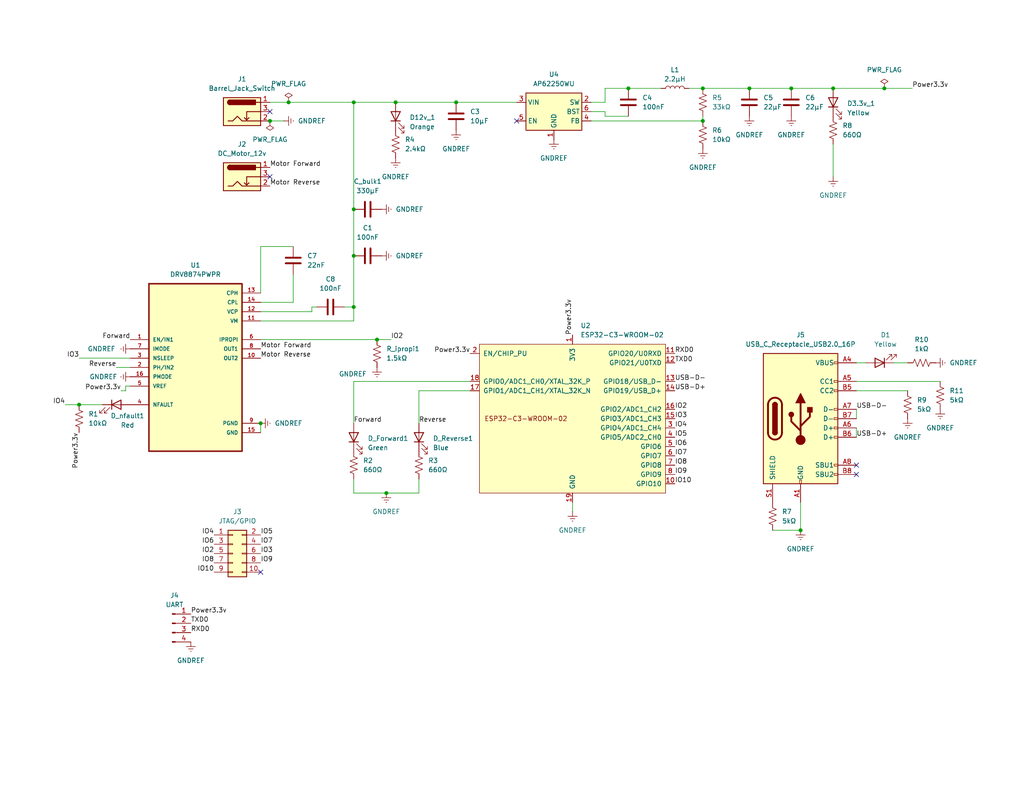
<source format=kicad_sch>
(kicad_sch (version 20231120) (generator "eeschema") (generator_version "8.0")
  (paper "USLetter")
  (title_block (title "Blind Controller") (date "2024-02-12") (rev "0") (company "Nabheet Sandhu"))
  (lib_symbols
    (symbol "Connector:Barrel_Jack_Switch" (pin_names hide)
      (property "Reference" "J" (at 0 5.334 0))
      (property "Value" "Barrel_Jack_Switch" (at 0 -5.08 0))
      (symbol "Barrel_Jack_Switch_0_1"
        (rectangle (start -5.08 3.81) (end 5.08 -3.81) (stroke (width 0.254)) (fill (type background)))
        (arc (start -3.302 3.175) (mid -3.9343 2.54) (end -3.302 1.905) (stroke (width 0.254)))
        (arc (start -3.302 3.175) (mid -3.9343 2.54) (end -3.302 1.905) (stroke (width 0.254)) (fill (type outline)))
        (polyline (pts (xy 1.27 -2.286) (xy 1.905 -1.651)) (stroke (width 0.254)))
        (polyline (pts (xy 5.08 2.54) (xy 3.81 2.54)) (stroke (width 0.254)))
        (polyline (pts (xy 5.08 0) (xy 1.27 0) (xy 1.27 -2.286) (xy 0.635 -1.651)) (stroke (width 0.254)))
        (polyline (pts (xy -3.81 -2.54) (xy -2.54 -2.54) (xy -1.27 -1.27) (xy 0 -2.54) (xy 2.54 -2.54) (xy 5.08 -2.54)) (stroke (width 0.254)))
        (rectangle (start 3.683 3.175) (end -3.302 1.905) (stroke (width 0.254)) (fill (type outline)))
      )
      (symbol "Barrel_Jack_Switch_1_1"
        (pin passive line (at 7.62 2.54 180) (length 2.54) (name "~") (number "1"))
        (pin passive line (at 7.62 -2.54 180) (length 2.54) (name "~") (number "2"))
        (pin passive line (at 7.62 0 180) (length 2.54) (name "~") (number "3"))
      )
    )
    (symbol "Connector:Conn_01x04_Pin" (pin_names (offset 1.016) hide)
      (property "Reference" "J" (at 0 5.08 0))
      (property "Value" "Conn_01x04_Pin" (at 0 -7.62 0))
      (symbol "Conn_01x04_Pin_1_1"
        (polyline (pts (xy 1.27 -5.08) (xy 0.8636 -5.08)) (stroke (width 0.1524)))
        (polyline (pts (xy 1.27 -2.54) (xy 0.8636 -2.54)) (stroke (width 0.1524)))
        (polyline (pts (xy 1.27 0) (xy 0.8636 0)) (stroke (width 0.1524)))
        (polyline (pts (xy 1.27 2.54) (xy 0.8636 2.54)) (stroke (width 0.1524)))
        (rectangle (start 0.8636 -4.953) (end 0 -5.207) (stroke (width 0.1524)) (fill (type outline)))
        (rectangle (start 0.8636 -2.413) (end 0 -2.667) (stroke (width 0.1524)) (fill (type outline)))
        (rectangle (start 0.8636 0.127) (end 0 -0.127) (stroke (width 0.1524)) (fill (type outline)))
        (rectangle (start 0.8636 2.667) (end 0 2.413) (stroke (width 0.1524)) (fill (type outline)))
        (pin passive line (at 5.08 2.54 180) (length 3.81) (name "Pin_1") (number "1"))
        (pin passive line (at 5.08 0 180) (length 3.81) (name "Pin_2") (number "2"))
        (pin passive line (at 5.08 -2.54 180) (length 3.81) (name "Pin_3") (number "3"))
        (pin passive line (at 5.08 -5.08 180) (length 3.81) (name "Pin_4") (number "4"))
      )
    )
    (symbol "Connector:USB_C_Receptacle_USB2.0_16P" (pin_names (offset 1.016))
      (property "Reference" "J" (at 0 22.225 0))
      (property "Value" "USB_C_Receptacle_USB2.0_16P" (at 0 19.685 0))
      (symbol "USB_C_Receptacle_USB2.0_16P_0_0"
        (rectangle (start -0.254 -17.78) (end 0.254 -16.764))
        (rectangle (start 10.16 -14.986) (end 9.144 -15.494))
        (rectangle (start 10.16 -12.446) (end 9.144 -12.954))
        (rectangle (start 10.16 -4.826) (end 9.144 -5.334))
        (rectangle (start 10.16 -2.286) (end 9.144 -2.794))
        (rectangle (start 10.16 0.254) (end 9.144 -0.254))
        (rectangle (start 10.16 2.794) (end 9.144 2.286))
        (rectangle (start 10.16 7.874) (end 9.144 7.366))
        (rectangle (start 10.16 10.414) (end 9.144 9.906))
        (rectangle (start 10.16 15.494) (end 9.144 14.986))
      )
      (symbol "USB_C_Receptacle_USB2.0_16P_0_1"
        (rectangle (start -10.16 17.78) (end 10.16 -17.78) (stroke (width 0.254)) (fill (type background)))
        (arc (start -8.89 -3.81) (mid -6.985 -5.7067) (end -5.08 -3.81) (stroke (width 0.508)))
        (arc (start -7.62 -3.81) (mid -6.985 -4.4423) (end -6.35 -3.81) (stroke (width 0.254)))
        (arc (start -7.62 -3.81) (mid -6.985 -4.4423) (end -6.35 -3.81) (stroke (width 0.254)) (fill (type outline)))
        (rectangle (start -7.62 -3.81) (end -6.35 3.81) (stroke (width 0.254)) (fill (type outline)))
        (arc (start -6.35 3.81) (mid -6.985 4.4423) (end -7.62 3.81) (stroke (width 0.254)))
        (arc (start -6.35 3.81) (mid -6.985 4.4423) (end -7.62 3.81) (stroke (width 0.254)) (fill (type outline)))
        (arc (start -5.08 3.81) (mid -6.985 5.7067) (end -8.89 3.81) (stroke (width 0.508)))
        (circle (center -2.54 1.143) (radius 0.635) (stroke (width 0.254)) (fill (type outline)))
        (circle (center 0 -5.842) (radius 1.27) (fill (type outline)))
        (polyline (pts (xy -8.89 -3.81) (xy -8.89 3.81)) (stroke (width 0.508)))
        (polyline (pts (xy -5.08 3.81) (xy -5.08 -3.81)) (stroke (width 0.508)))
        (polyline (pts (xy 0 -5.842) (xy 0 4.318)) (stroke (width 0.508)))
        (polyline (pts (xy 0 -3.302) (xy -2.54 -0.762) (xy -2.54 0.508)) (stroke (width 0.508)))
        (polyline (pts (xy 0 -2.032) (xy 2.54 0.508) (xy 2.54 1.778)) (stroke (width 0.508)))
        (polyline (pts (xy -1.27 4.318) (xy 0 6.858) (xy 1.27 4.318) (xy -1.27 4.318)) (stroke (width 0.254)) (fill (type outline)))
        (rectangle (start 1.905 1.778) (end 3.175 3.048) (stroke (width 0.254)) (fill (type outline)))
      )
      (symbol "USB_C_Receptacle_USB2.0_16P_1_1"
        (pin passive line (at 0 -22.86 90) (length 5.08) (name "GND") (number "A1"))
        (pin passive line (at 0 -22.86 90) (length 5.08) hide (name "GND") (number "A12"))
        (pin passive line (at 15.24 15.24 180) (length 5.08) (name "VBUS") (number "A4"))
        (pin bidirectional line (at 15.24 10.16 180) (length 5.08) (name "CC1") (number "A5"))
        (pin bidirectional line (at 15.24 -2.54 180) (length 5.08) (name "D+") (number "A6"))
        (pin bidirectional line (at 15.24 2.54 180) (length 5.08) (name "D-") (number "A7"))
        (pin bidirectional line (at 15.24 -12.7 180) (length 5.08) (name "SBU1") (number "A8"))
        (pin passive line (at 15.24 15.24 180) (length 5.08) hide (name "VBUS") (number "A9"))
        (pin passive line (at 0 -22.86 90) (length 5.08) hide (name "GND") (number "B1"))
        (pin passive line (at 0 -22.86 90) (length 5.08) hide (name "GND") (number "B12"))
        (pin passive line (at 15.24 15.24 180) (length 5.08) hide (name "VBUS") (number "B4"))
        (pin bidirectional line (at 15.24 7.62 180) (length 5.08) (name "CC2") (number "B5"))
        (pin bidirectional line (at 15.24 -5.08 180) (length 5.08) (name "D+") (number "B6"))
        (pin bidirectional line (at 15.24 0 180) (length 5.08) (name "D-") (number "B7"))
        (pin bidirectional line (at 15.24 -15.24 180) (length 5.08) (name "SBU2") (number "B8"))
        (pin passive line (at 15.24 15.24 180) (length 5.08) hide (name "VBUS") (number "B9"))
        (pin passive line (at -7.62 -22.86 90) (length 5.08) (name "SHIELD") (number "S1"))
      )
    )
    (symbol "Connector_Generic:Conn_02x05_Odd_Even" (pin_names (offset 1.016) hide)
      (property "Reference" "J" (at 1.27 7.62 0))
      (property "Value" "Conn_02x05_Odd_Even" (at 1.27 -7.62 0))
      (symbol "Conn_02x05_Odd_Even_1_1"
        (rectangle (start -1.27 -4.953) (end 0 -5.207) (stroke (width 0.1524)))
        (rectangle (start -1.27 -2.413) (end 0 -2.667) (stroke (width 0.1524)))
        (rectangle (start -1.27 0.127) (end 0 -0.127) (stroke (width 0.1524)))
        (rectangle (start -1.27 2.667) (end 0 2.413) (stroke (width 0.1524)))
        (rectangle (start -1.27 5.207) (end 0 4.953) (stroke (width 0.1524)))
        (rectangle (start -1.27 6.35) (end 3.81 -6.35) (stroke (width 0.254)) (fill (type background)))
        (rectangle (start 3.81 -4.953) (end 2.54 -5.207) (stroke (width 0.1524)))
        (rectangle (start 3.81 -2.413) (end 2.54 -2.667) (stroke (width 0.1524)))
        (rectangle (start 3.81 0.127) (end 2.54 -0.127) (stroke (width 0.1524)))
        (rectangle (start 3.81 2.667) (end 2.54 2.413) (stroke (width 0.1524)))
        (rectangle (start 3.81 5.207) (end 2.54 4.953) (stroke (width 0.1524)))
        (pin passive line (at -5.08 5.08 0) (length 3.81) (name "Pin_1") (number "1"))
        (pin passive line (at 7.62 -5.08 180) (length 3.81) (name "Pin_10") (number "10"))
        (pin passive line (at 7.62 5.08 180) (length 3.81) (name "Pin_2") (number "2"))
        (pin passive line (at -5.08 2.54 0) (length 3.81) (name "Pin_3") (number "3"))
        (pin passive line (at 7.62 2.54 180) (length 3.81) (name "Pin_4") (number "4"))
        (pin passive line (at -5.08 0 0) (length 3.81) (name "Pin_5") (number "5"))
        (pin passive line (at 7.62 0 180) (length 3.81) (name "Pin_6") (number "6"))
        (pin passive line (at -5.08 -2.54 0) (length 3.81) (name "Pin_7") (number "7"))
        (pin passive line (at 7.62 -2.54 180) (length 3.81) (name "Pin_8") (number "8"))
        (pin passive line (at -5.08 -5.08 0) (length 3.81) (name "Pin_9") (number "9"))
      )
    )
    (symbol "DRV8874PWPR:DRV8874PWPR" (pin_names (offset 1.016))
      (property "Reference" "U" (at -12.7 23.86 0))
      (property "Value" "DRV8874PWPR" (at -12.7 -26.86 0))
      (symbol "DRV8874PWPR_0_0"
        (rectangle (start -12.7 -22.86) (end 12.7 22.86) (stroke (width 0.41)) (fill (type background)))
        (pin input line (at -17.78 7.62 0) (length 5.08) (name "EN/IN1") (number "1"))
        (pin output line (at 17.78 2.54 180) (length 5.08) (name "OUT2") (number "10"))
        (pin power_in line (at 17.78 12.7 180) (length 5.08) (name "VM") (number "11"))
        (pin power_in line (at 17.78 15.24 180) (length 5.08) (name "VCP") (number "12"))
        (pin power_in line (at 17.78 20.32 180) (length 5.08) (name "CPH") (number "13"))
        (pin power_in line (at 17.78 17.78 180) (length 5.08) (name "CPL") (number "14"))
        (pin power_in line (at 17.78 -17.78 180) (length 5.08) (name "GND") (number "15"))
        (pin input line (at -17.78 -2.54 0) (length 5.08) (name "PMODE") (number "16"))
        (pin input line (at -17.78 0 0) (length 5.08) (name "PH/IN2") (number "2"))
        (pin input line (at -17.78 2.54 0) (length 5.08) (name "NSLEEP") (number "3"))
        (pin bidirectional line (at -17.78 -10.16 0) (length 5.08) (name "NFAULT") (number "4"))
        (pin input line (at -17.78 -5.08 0) (length 5.08) (name "VREF") (number "5"))
        (pin output line (at 17.78 7.62 180) (length 5.08) (name "IPROPI") (number "6"))
        (pin input line (at -17.78 5.08 0) (length 5.08) (name "IMODE") (number "7"))
        (pin output line (at 17.78 5.08 180) (length 5.08) (name "OUT1") (number "8"))
        (pin power_in line (at 17.78 -15.24 180) (length 5.08) (name "PGND") (number "9"))
      )
    )
    (symbol "Device:C" (pin_numbers hide) (pin_names (offset 0.254))
      (property "Reference" "C" (at 0.635 2.54 0))
      (property "Value" "C" (at 0.635 -2.54 0))
      (symbol "C_0_1"
        (polyline (pts (xy -2.032 -0.762) (xy 2.032 -0.762)) (stroke (width 0.508)))
        (polyline (pts (xy -2.032 0.762) (xy 2.032 0.762)) (stroke (width 0.508)))
      )
      (symbol "C_1_1"
        (pin passive line (at 0 3.81 270) (length 2.794) (name "~") (number "1"))
        (pin passive line (at 0 -3.81 90) (length 2.794) (name "~") (number "2"))
      )
    )
    (symbol "Device:L" (pin_numbers hide) (pin_names (offset 1.016) hide)
      (property "Reference" "L" (at -1.27 0 90))
      (property "Value" "L" (at 1.905 0 90))
      (symbol "L_0_1"
        (arc (start 0 -2.54) (mid 0.6323 -1.905) (end 0 -1.27))
        (arc (start 0 -1.27) (mid 0.6323 -0.635) (end 0 0))
        (arc (start 0 0) (mid 0.6323 0.635) (end 0 1.27))
        (arc (start 0 1.27) (mid 0.6323 1.905) (end 0 2.54))
      )
      (symbol "L_1_1"
        (pin passive line (at 0 3.81 270) (length 1.27) (name "1") (number "1"))
        (pin passive line (at 0 -3.81 90) (length 1.27) (name "2") (number "2"))
      )
    )
    (symbol "Device:LED" (pin_numbers hide) (pin_names (offset 1.016) hide)
      (property "Reference" "D" (at 0 2.54 0))
      (property "Value" "LED" (at 0 -2.54 0))
      (symbol "LED_0_1"
        (polyline (pts (xy -1.27 -1.27) (xy -1.27 1.27)) (stroke (width 0.254)))
        (polyline (pts (xy -1.27 0) (xy 1.27 0)))
        (polyline (pts (xy 1.27 -1.27) (xy 1.27 1.27) (xy -1.27 0) (xy 1.27 -1.27)) (stroke (width 0.254)))
        (polyline (pts (xy -3.048 -0.762) (xy -4.572 -2.286) (xy -3.81 -2.286) (xy -4.572 -2.286) (xy -4.572 -1.524)))
        (polyline (pts (xy -1.778 -0.762) (xy -3.302 -2.286) (xy -2.54 -2.286) (xy -3.302 -2.286) (xy -3.302 -1.524)))
      )
      (symbol "LED_1_1"
        (pin passive line (at -3.81 0 0) (length 2.54) (name "K") (number "1"))
        (pin passive line (at 3.81 0 180) (length 2.54) (name "A") (number "2"))
      )
    )
    (symbol "Device:R_US" (pin_numbers hide) (pin_names (offset 0))
      (property "Reference" "R" (at 2.54 0 90))
      (property "Value" "R_US" (at -2.54 0 90))
      (symbol "R_US_0_1"
        (polyline (pts (xy 0 -2.286) (xy 0 -2.54)))
        (polyline (pts (xy 0 2.286) (xy 0 2.54)))
        (polyline (pts (xy 0 -0.762) (xy 1.016 -1.143) (xy 0 -1.524) (xy -1.016 -1.905) (xy 0 -2.286)))
        (polyline (pts (xy 0 0.762) (xy 1.016 0.381) (xy 0 0) (xy -1.016 -0.381) (xy 0 -0.762)))
        (polyline (pts (xy 0 2.286) (xy 1.016 1.905) (xy 0 1.524) (xy -1.016 1.143) (xy 0 0.762)))
      )
      (symbol "R_US_1_1"
        (pin passive line (at 0 3.81 270) (length 1.27) (name "~") (number "1"))
        (pin passive line (at 0 -3.81 90) (length 1.27) (name "~") (number "2"))
      )
    )
    (symbol "PCM_Espressif:ESP32-C3-WROOM-02" (pin_names (offset 1.016))
      (property "Reference" "U" (at -25.4 25.4 0))
      (property "Value" "ESP32-C3-WROOM-02" (at -25.4 22.86 0))
      (symbol "ESP32-C3-WROOM-02_0_0"
        (text "ESP32-C3-WROOM-02" (at -12.7 0 0) (effects (font (size 1.27 1.27))))
      )
      (symbol "ESP32-C3-WROOM-02_0_1"
        (rectangle (start 25.4 20.32) (end -25.4 -20.32) (fill (type background)))
      )
      (symbol "ESP32-C3-WROOM-02_1_1"
        (pin power_in line (at 0 22.86 270) (length 2.54) (name "3V3") (number "1"))
        (pin bidirectional line (at 27.94 -17.78 180) (length 2.54) (name "GPIO10") (number "10"))
        (pin bidirectional line (at 27.94 17.78 180) (length 2.54) (name "GPIO20/U0RXD") (number "11"))
        (pin bidirectional line (at 27.94 15.24 180) (length 2.54) (name "GPIO21/U0TXD") (number "12"))
        (pin bidirectional line (at 27.94 10.16 180) (length 2.54) (name "GPIO18/USB_D-") (number "13"))
        (pin bidirectional line (at 27.94 7.62 180) (length 2.54) (name "GPIO19/USB_D+") (number "14"))
        (pin bidirectional line (at 27.94 0 180) (length 2.54) (name "GPIO3/ADC1_CH3") (number "15"))
        (pin bidirectional line (at 27.94 2.54 180) (length 2.54) (name "GPIO2/ADC1_CH2") (number "16"))
        (pin bidirectional line (at -27.94 7.62 0) (length 2.54) (name "GPIO1/ADC1_CH1/XTAL_32K_N") (number "17"))
        (pin bidirectional line (at -27.94 10.16 0) (length 2.54) (name "GPIO0/ADC1_CH0/XTAL_32K_P") (number "18"))
        (pin power_in line (at 0 -22.86 90) (length 2.54) (name "GND") (number "19"))
        (pin input line (at -27.94 17.78 0) (length 2.54) (name "EN/CHIP_PU") (number "2"))
        (pin bidirectional line (at 27.94 -2.54 180) (length 2.54) (name "GPIO4/ADC1_CH4") (number "3"))
        (pin bidirectional line (at 27.94 -5.08 180) (length 2.54) (name "GPIO5/ADC2_CH0") (number "4"))
        (pin bidirectional line (at 27.94 -7.62 180) (length 2.54) (name "GPIO6") (number "5"))
        (pin bidirectional line (at 27.94 -10.16 180) (length 2.54) (name "GPIO7") (number "6"))
        (pin bidirectional line (at 27.94 -12.7 180) (length 2.54) (name "GPIO8") (number "7"))
        (pin bidirectional line (at 27.94 -15.24 180) (length 2.54) (name "GPIO9") (number "8"))
        (pin passive line (at 0 -22.86 90) (length 2.54) hide (name "GND") (number "9"))
      )
    )
    (symbol "Regulator_Switching:AP62250WU"
      (property "Reference" "U" (at -7.62 6.35 0))
      (property "Value" "AP62250WU" (at 6.35 -6.35 0))
      (symbol "AP62250WU_0_1"
        (rectangle (start -7.62 5.08) (end 7.62 -5.08) (stroke (width 0.254)) (fill (type background)))
      )
      (symbol "AP62250WU_1_1"
        (pin power_in line (at 0 -7.62 90) (length 2.54) (name "GND") (number "1"))
        (pin output line (at 10.16 2.54 180) (length 2.54) (name "SW") (number "2"))
        (pin power_in line (at -10.16 2.54 0) (length 2.54) (name "VIN") (number "3"))
        (pin input line (at 10.16 -2.54 180) (length 2.54) (name "FB") (number "4"))
        (pin passive line (at -10.16 -2.54 0) (length 2.54) (name "EN") (number "5"))
        (pin passive line (at 10.16 0 180) (length 2.54) (name "BST") (number "6"))
      )
    )
    (symbol "power:GNDREF" (power) (pin_numbers hide) (pin_names (offset 0) hide)
      (property "Value" "GNDREF" (at 0 -3.81 0))
      (symbol "GNDREF_0_1"
        (polyline (pts (xy -0.635 -1.905) (xy 0.635 -1.905)))
        (polyline (pts (xy -0.127 -2.54) (xy 0.127 -2.54)))
        (polyline (pts (xy 0 -1.27) (xy 0 0)))
        (polyline (pts (xy 1.27 -1.27) (xy -1.27 -1.27)))
      )
      (symbol "GNDREF_1_1"
        (pin power_in line (at 0 0 270) (length 0) (name "~") (number "1"))
      )
    )
    (symbol "power:PWR_FLAG" (power) (pin_numbers hide) (pin_names (offset 0) hide)
      (property "Value" "PWR_FLAG" (at 0 3.81 0))
      (symbol "PWR_FLAG_0_0"
        (pin power_out line (at 0 0 90) (length 0) (name "~") (number "1"))
      )
      (symbol "PWR_FLAG_0_1"
        (polyline (pts (xy 0 0) (xy 0 1.27) (xy -1.016 1.905) (xy 0 2.54) (xy 1.016 1.905) (xy 0 1.27)))
      )
    )
  )
  (junction (at 191.77 33.02))
  (junction (at 73.66 33.02))
  (junction (at 96.52 83.82))
  (junction (at 218.44 144.78))
  (junction (at 105.41 134.62))
  (junction (at 124.46 27.94))
  (junction (at 171.45 24.13))
  (junction (at 96.52 69.85))
  (junction (at 21.59 110.49))
  (junction (at 204.47 24.13))
  (junction (at 78.74 27.94))
  (junction (at 241.3 24.13))
  (junction (at 107.95 27.94))
  (junction (at 96.52 27.94))
  (junction (at 191.77 24.13))
  (junction (at 227.33 24.13))
  (junction (at 96.52 57.15))
  (junction (at 215.9 24.13))
  (junction (at 71.12 115.57))
  (junction (at 102.87 92.71))
  (no_connect (at 233.68 129.54))
  (no_connect (at 233.68 127))
  (no_connect (at 71.12 156.21))
  (no_connect (at 73.66 30.48))
  (no_connect (at 73.66 48.26))
  (no_connect (at 140.97 33.02))
  (wire (pts (xy 187.96 24.13) (xy 191.77 24.13)))
  (wire (pts (xy 96.52 134.62) (xy 105.41 134.62)))
  (wire (pts (xy 107.95 27.94) (xy 124.46 27.94)))
  (wire (pts (xy 96.52 104.14) (xy 96.52 115.57)))
  (wire (pts (xy 227.33 39.37) (xy 227.33 48.26)))
  (wire (pts (xy 114.3 106.68) (xy 114.3 115.57)))
  (wire (pts (xy 93.98 83.82) (xy 96.52 83.82)))
  (wire (pts (xy 71.12 115.57) (xy 71.12 118.11)))
  (wire (pts (xy 102.87 92.71) (xy 106.68 92.71)))
  (wire (pts (xy 233.68 116.84) (xy 233.68 119.38)))
  (wire (pts (xy 71.12 67.31) (xy 80.01 67.31)))
  (wire (pts (xy 31.75 100.33) (xy 35.56 100.33)))
  (wire (pts (xy 71.12 82.55) (xy 80.01 82.55)))
  (wire (pts (xy 191.77 24.13) (xy 204.47 24.13)))
  (wire (pts (xy 80.01 82.55) (xy 80.01 74.93)))
  (wire (pts (xy 165.1 30.48) (xy 165.1 31.75)))
  (wire (pts (xy 156.21 137.16) (xy 156.21 139.7)))
  (wire (pts (xy 21.59 110.49) (xy 27.94 110.49)))
  (wire (pts (xy 161.29 33.02) (xy 191.77 33.02)))
  (wire (pts (xy 165.1 24.13) (xy 171.45 24.13)))
  (wire (pts (xy 233.68 111.76) (xy 233.68 114.3)))
  (wire (pts (xy 33.02 106.68) (xy 34.29 106.68)))
  (wire (pts (xy 233.68 104.14) (xy 256.54 104.14)))
  (wire (pts (xy 17.78 110.49) (xy 21.59 110.49)))
  (wire (pts (xy 34.29 106.68) (xy 34.29 105.41)))
  (wire (pts (xy 204.47 24.13) (xy 215.9 24.13)))
  (wire (pts (xy 96.52 27.94) (xy 96.52 57.15)))
  (wire (pts (xy 71.12 67.31) (xy 71.12 80.01)))
  (wire (pts (xy 77.47 33.02) (xy 73.66 33.02)))
  (wire (pts (xy 71.12 92.71) (xy 102.87 92.71)))
  (wire (pts (xy 161.29 30.48) (xy 165.1 30.48)))
  (wire (pts (xy 218.44 144.78) (xy 218.44 137.16)))
  (wire (pts (xy 96.52 27.94) (xy 107.95 27.94)))
  (wire (pts (xy 233.68 106.68) (xy 247.65 106.68)))
  (wire (pts (xy 191.77 33.02) (xy 191.77 31.75)))
  (wire (pts (xy 241.3 24.13) (xy 248.92 24.13)))
  (wire (pts (xy 114.3 130.81) (xy 114.3 134.62)))
  (wire (pts (xy 215.9 24.13) (xy 227.33 24.13)))
  (wire (pts (xy 85.09 85.09) (xy 85.09 83.82)))
  (wire (pts (xy 210.82 144.78) (xy 218.44 144.78)))
  (wire (pts (xy 21.59 97.79) (xy 35.56 97.79)))
  (wire (pts (xy 96.52 57.15) (xy 96.52 69.85)))
  (wire (pts (xy 128.27 106.68) (xy 114.3 106.68)))
  (wire (pts (xy 128.27 104.14) (xy 96.52 104.14)))
  (wire (pts (xy 161.29 27.94) (xy 165.1 27.94)))
  (wire (pts (xy 85.09 83.82) (xy 86.36 83.82)))
  (wire (pts (xy 243.84 99.06) (xy 247.65 99.06)))
  (wire (pts (xy 236.22 99.06) (xy 233.68 99.06)))
  (wire (pts (xy 105.41 134.62) (xy 114.3 134.62)))
  (wire (pts (xy 165.1 27.94) (xy 165.1 24.13)))
  (wire (pts (xy 71.12 87.63) (xy 96.52 87.63)))
  (wire (pts (xy 34.29 105.41) (xy 35.56 105.41)))
  (wire (pts (xy 73.66 27.94) (xy 78.74 27.94)))
  (wire (pts (xy 165.1 31.75) (xy 171.45 31.75)))
  (wire (pts (xy 85.09 85.09) (xy 71.12 85.09)))
  (wire (pts (xy 96.52 69.85) (xy 96.52 83.82)))
  (wire (pts (xy 96.52 83.82) (xy 96.52 87.63)))
  (wire (pts (xy 140.97 27.94) (xy 124.46 27.94)))
  (wire (pts (xy 171.45 24.13) (xy 180.34 24.13)))
  (wire (pts (xy 96.52 130.81) (xy 96.52 134.62)))
  (wire (pts (xy 227.33 24.13) (xy 241.3 24.13)))
  (wire (pts (xy 78.74 27.94) (xy 96.52 27.94)))
  (label "IO5" (at 71.12 146.05 0))
  (label "Power3.3v" (at 33.02 106.68 180))
  (label "IO6" (at 184.15 121.92 0))
  (label "TXD0" (at 52.07 170.18 0))
  (label "IO4" (at 58.42 146.05 180))
  (label "Reverse" (at 31.75 100.33 180))
  (label "IO3" (at 71.12 151.13 0))
  (label "IO6" (at 58.42 148.59 180))
  (label "IO10" (at 58.42 156.21 180))
  (label "RXD0" (at 184.15 96.52 0))
  (label "USB-D+" (at 184.15 106.68 0))
  (label "TXD0" (at 184.15 99.06 0))
  (label "Power3.3v" (at 21.59 118.11 270))
  (label "IO9" (at 71.12 153.67 0))
  (label "Reverse" (at 114.3 115.57 0))
  (label "IO5" (at 184.15 119.38 0))
  (label "IO7" (at 184.15 124.46 0))
  (label "Power3.3v" (at 248.92 24.13 0))
  (label "IO8" (at 184.15 127 0))
  (label "IO3" (at 184.15 114.3 0))
  (label "Motor Reverse" (at 73.66 50.8 0))
  (label "IO3" (at 21.59 97.79 180))
  (label "Power3.3v" (at 52.07 167.64 0))
  (label "Power3.3v" (at 156.21 91.44 90))
  (label "Forward" (at 96.52 115.57 0))
  (label "Forward" (at 35.56 92.71 180))
  (label "Motor Forward" (at 73.66 45.72 0))
  (label "USB-D+" (at 233.68 119.38 0))
  (label "IO10" (at 184.15 132.08 0))
  (label "IO8" (at 58.42 153.67 180))
  (label "RXD0" (at 52.07 172.72 0))
  (label "USB-D-" (at 233.68 111.76 0))
  (label "Motor Reverse" (at 71.12 97.79 0))
  (label "IO9" (at 184.15 129.54 0))
  (label "IO4" (at 17.78 110.49 180))
  (label "IO2" (at 106.68 92.71 0))
  (label "USB-D-" (at 184.15 104.14 0))
  (label "Motor Forward" (at 71.12 95.25 0))
  (label "IO7" (at 71.12 148.59 0))
  (label "Power3.3v" (at 128.27 96.52 180))
  (label "IO2" (at 58.42 151.13 180))
  (label "IO2" (at 184.15 111.76 0))
  (label "IO4" (at 184.15 116.84 0))
  (symbol (lib_id "Connector_Generic:Conn_02x05_Odd_Even") (at 63.5 151.13 0) (unit 1)
    (property "Reference" "J3" (at 64.77 139.7 0))
    (property "Value" "JTAG/GPIO" (at 64.77 142.24 0))
    (property "Footprint" "Connector_PinHeader_2.54mm:PinHeader_2x05_P2.54mm_Vertical" (effects (hide yes)))
    (property "Description" "Generic connector, double row, 02x05, odd/even pin numbering scheme (row 1 odd numbers, row 2 even numbers), script generated (kicad-library-utils/schlib/autogen/connector/)" (effects (hide yes)))
  )
  (symbol (lib_id "power:GNDREF") (at 256.54 111.76 0) (unit 1)
    (property "Reference" "#PWR019" (effects (hide yes)))
    (property "Value" "GNDREF" (at 256.54 116.84 0))
    (property "Description" "Power symbol creates a global label with name \"GNDREF\" , reference supply ground" (effects (hide yes)))
  )
  (symbol (lib_id "Device:R_US") (at 107.95 39.37 0) (unit 1) (in_bom no)
    (property "Reference" "R4" (at 110.49 38.0999 0) (effects (justify left)))
    (property "Value" "2.4kΩ" (at 110.49 40.6399 0) (effects (justify left)))
    (property "Footprint" "Resistor_SMD:R_1206_3216Metric_Pad1.30x1.75mm_HandSolder" (effects (hide yes)))
    (property "Description" "Resistor, US symbol" (effects (hide yes)))
  )
  (symbol (lib_id "PCM_Espressif:ESP32-C3-WROOM-02") (at 156.21 114.3 0) (unit 1)
    (property "Reference" "U2" (at 158.4041 88.9 0) (effects (justify left)))
    (property "Value" "ESP32-C3-WROOM-02" (at 158.4041 91.44 0) (effects (justify left)))
    (property "Footprint" "PCM_Espressif:ESP32-C3-WROOM-02" (effects (hide yes)))
    (property "Datasheet" "https://www.espressif.com/sites/default/files/documentation/esp32-c3-wroom-02_datasheet_en.pdf" (effects (hide yes)))
    (property "Description" "ESP32-C3-WROOM-02 is a general-purpose Wi-Fi and Bluetooth LE module. This module features a rich set of peripherals and high performance, which makes it an ideal choice for smart home, industrial automation, health care, consumer electronics, etc." (effects (hide yes)))
  )
  (symbol (lib_id "Device:LED") (at 31.75 110.49 0) (unit 1) (in_bom no)
    (property "Reference" "D_nfault1" (at 34.798 113.538 0))
    (property "Value" "Red" (at 34.798 116.078 0))
    (property "Footprint" "LED_SMD:LED_1206_3216Metric_Pad1.42x1.75mm_HandSolder" (effects (hide yes)))
    (property "Description" "Light emitting diode" (effects (hide yes)))
  )
  (symbol (lib_id "power:GNDREF") (at 71.12 115.57 90) (unit 1)
    (property "Reference" "#PWR020" (effects (hide yes)))
    (property "Value" "GNDREF" (at 74.93 115.5699 90) (effects (justify right)))
    (property "Description" "Power symbol creates a global label with name \"GNDREF\" , reference supply ground" (effects (hide yes)))
  )
  (symbol (lib_id "power:GNDREF") (at 204.47 31.75 0) (unit 1)
    (property "Reference" "#PWR013" (effects (hide yes)))
    (property "Value" "GNDREF" (at 204.47 36.83 0))
    (property "Description" "Power symbol creates a global label with name \"GNDREF\" , reference supply ground" (effects (hide yes)))
  )
  (symbol (lib_id "Device:R_US") (at 21.59 114.3 0) (unit 1) (in_bom no)
    (property "Reference" "R1" (at 24.13 113.0299 0) (effects (justify left)))
    (property "Value" "10kΩ" (at 24.13 115.5699 0) (effects (justify left)))
    (property "Footprint" "Resistor_SMD:R_1206_3216Metric_Pad1.30x1.75mm_HandSolder" (effects (hide yes)))
    (property "Description" "Resistor, US symbol" (effects (hide yes)))
  )
  (symbol (lib_id "power:PWR_FLAG") (at 73.66 33.02 180) (unit 1)
    (property "Reference" "#FLG02" (effects (hide yes)))
    (property "Value" "PWR_FLAG" (at 73.66 38.1 0))
    (property "Description" "Special symbol for telling ERC where power comes from" (effects (hide yes)))
  )
  (symbol (lib_id "Device:C") (at 90.17 83.82 90) (unit 1) (in_bom no)
    (property "Reference" "C8" (at 90.17 76.2 90))
    (property "Value" "100nF" (at 90.17 78.74 90))
    (property "Footprint" "Capacitor_SMD:C_1206_3216Metric_Pad1.33x1.80mm_HandSolder" (effects (hide yes)))
    (property "Description" "Unpolarized capacitor" (effects (hide yes)))
  )
  (symbol (lib_id "Device:C") (at 215.9 27.94 0) (unit 1) (in_bom no)
    (property "Reference" "C6" (at 219.71 26.6699 0) (effects (justify left)))
    (property "Value" "22µF" (at 219.71 29.2099 0) (effects (justify left)))
    (property "Footprint" "Capacitor_SMD:C_1206_3216Metric_Pad1.33x1.80mm_HandSolder" (effects (hide yes)))
    (property "Description" "Unpolarized capacitor" (effects (hide yes)))
  )
  (symbol (lib_id "Device:L") (at 184.15 24.13 90) (unit 1)
    (property "Reference" "L1" (at 184.15 19.05 90))
    (property "Value" "2.2µH" (at 184.15 21.59 90))
    (property "Footprint" "Inductor_THT:L_Radial_D7.5mm_P5.00mm_Fastron_07P" (effects (hide yes)))
    (property "Description" "Inductor" (effects (hide yes)))
  )
  (symbol (lib_id "Connector:Barrel_Jack_Switch") (at 66.04 30.48 0) (unit 1)
    (property "Reference" "J1" (at 66.04 21.59 0))
    (property "Value" "Barrel_Jack_Switch" (at 66.04 24.13 0))
    (property "Footprint" "Connector_BarrelJack:BarrelJack_Horizontal" (effects (hide yes)))
    (property "Description" "DC Barrel Jack with an internal switch" (effects (hide yes)))
  )
  (symbol (lib_id "Connector:Barrel_Jack_Switch") (at 66.04 48.26 0) (unit 1)
    (property "Reference" "J2" (at 66.04 39.37 0))
    (property "Value" "DC_Motor_12v" (at 66.04 41.91 0))
    (property "Footprint" "Connector_BarrelJack:BarrelJack_Horizontal" (effects (hide yes)))
    (property "Description" "DC Barrel Jack with an internal switch" (effects (hide yes)))
  )
  (symbol (lib_id "Device:R_US") (at 102.87 96.52 0) (unit 1) (in_bom no)
    (property "Reference" "R_ipropi1" (at 105.41 95.2499 0) (effects (justify left)))
    (property "Value" "1.5kΩ" (at 105.41 97.7899 0) (effects (justify left)))
    (property "Footprint" "Resistor_SMD:R_1206_3216Metric_Pad1.30x1.75mm_HandSolder" (effects (hide yes)))
    (property "Description" "Resistor, US symbol" (effects (hide yes)))
  )
  (symbol (lib_id "power:PWR_FLAG") (at 78.74 27.94 0) (unit 1)
    (property "Reference" "#FLG01" (effects (hide yes)))
    (property "Value" "PWR_FLAG" (at 78.74 22.86 0))
    (property "Description" "Special symbol for telling ERC where power comes from" (effects (hide yes)))
  )
  (symbol (lib_id "power:GNDREF") (at 191.77 40.64 0) (unit 1)
    (property "Reference" "#PWR012" (effects (hide yes)))
    (property "Value" "GNDREF" (at 191.77 45.72 0))
    (property "Description" "Power symbol creates a global label with name \"GNDREF\" , reference supply ground" (effects (hide yes)))
  )
  (symbol (lib_id "power:GNDREF") (at 255.27 99.06 90) (unit 1)
    (property "Reference" "#PWR018" (effects (hide yes)))
    (property "Value" "GNDREF" (at 259.08 99.06 90) (effects (justify right)))
    (property "Description" "Power symbol creates a global label with name \"GNDREF\" , reference supply ground" (effects (hide yes)))
  )
  (symbol (lib_id "Regulator_Switching:AP62250WU") (at 151.13 30.48 0) (unit 1)
    (property "Reference" "U4" (at 151.13 20.32 0))
    (property "Value" "AP62250WU" (at 151.13 22.86 0))
    (property "Footprint" "Package_TO_SOT_SMD:TSOT-23-6_HandSoldering" (effects (hide yes)))
    (property "Datasheet" "https://www.diodes.com/assets/Datasheets/AP62250.pdf" (effects (hide yes)))
    (property "Description" "2.5A, 1.3MHz Buck DC/DC Converter, 4.2V-18V input voltage, 0.8V-7V adjustable output voltage, TSOT-23-6" (effects (hide yes)))
  )
  (symbol (lib_id "power:GNDREF") (at 105.41 134.62 0) (unit 1)
    (property "Reference" "#PWR06" (effects (hide yes)))
    (property "Value" "GNDREF" (at 105.41 139.7 0))
    (property "Description" "Power symbol creates a global label with name \"GNDREF\" , reference supply ground" (effects (hide yes)))
  )
  (symbol (lib_id "Device:C") (at 204.47 27.94 0) (unit 1) (in_bom no)
    (property "Reference" "C5" (at 208.28 26.6699 0) (effects (justify left)))
    (property "Value" "22µF" (at 208.28 29.2099 0) (effects (justify left)))
    (property "Footprint" "Capacitor_SMD:C_1206_3216Metric_Pad1.33x1.80mm_HandSolder" (effects (hide yes)))
    (property "Description" "Unpolarized capacitor" (effects (hide yes)))
  )
  (symbol (lib_id "Device:R_US") (at 227.33 35.56 0) (unit 1) (in_bom no)
    (property "Reference" "R8" (at 229.87 34.2899 0) (effects (justify left)))
    (property "Value" "660Ω" (at 229.87 36.8299 0) (effects (justify left)))
    (property "Footprint" "Resistor_SMD:R_1206_3216Metric_Pad1.30x1.75mm_HandSolder" (effects (hide yes)))
    (property "Description" "Resistor, US symbol" (effects (hide yes)))
  )
  (symbol (lib_id "Device:R_US") (at 96.52 127 0) (unit 1) (in_bom no)
    (property "Reference" "R2" (at 99.06 125.7299 0) (effects (justify left)))
    (property "Value" "660Ω" (at 99.06 128.2699 0) (effects (justify left)))
    (property "Footprint" "Resistor_SMD:R_1206_3216Metric_Pad1.30x1.75mm_HandSolder" (effects (hide yes)))
    (property "Description" "Resistor, US symbol" (effects (hide yes)))
  )
  (symbol (lib_id "power:GNDREF") (at 124.46 35.56 0) (unit 1)
    (property "Reference" "#PWR09" (effects (hide yes)))
    (property "Value" "GNDREF" (at 124.46 40.64 0))
    (property "Description" "Power symbol creates a global label with name \"GNDREF\" , reference supply ground" (effects (hide yes)))
  )
  (symbol (lib_id "Device:C") (at 100.33 57.15 90) (unit 1) (in_bom no)
    (property "Reference" "C_bulk1" (at 100.33 49.53 90))
    (property "Value" "330µF" (at 100.33 52.07 90))
    (property "Footprint" "Capacitor_THT:CP_Radial_D8.0mm_P2.50mm" (effects (hide yes)))
    (property "Description" "Unpolarized capacitor" (effects (hide yes)))
  )
  (symbol (lib_id "power:GNDREF") (at 215.9 31.75 0) (unit 1)
    (property "Reference" "#PWR014" (effects (hide yes)))
    (property "Value" "GNDREF" (at 215.9 36.83 0))
    (property "Description" "Power symbol creates a global label with name \"GNDREF\" , reference supply ground" (effects (hide yes)))
  )
  (symbol (lib_id "Device:LED") (at 96.52 119.38 90) (unit 1) (in_bom no)
    (property "Reference" "D_Forward1" (at 100.33 119.6974 90) (effects (justify right)))
    (property "Value" "Green" (at 100.33 122.2374 90) (effects (justify right)))
    (property "Footprint" "LED_SMD:LED_1206_3216Metric_Pad1.42x1.75mm_HandSolder" (effects (hide yes)))
    (property "Description" "Light emitting diode" (effects (hide yes)))
  )
  (symbol (lib_id "power:GNDREF") (at 104.14 69.85 90) (unit 1)
    (property "Reference" "#PWR03" (effects (hide yes)))
    (property "Value" "GNDREF" (at 107.95 69.8499 90) (effects (justify right)))
    (property "Description" "Power symbol creates a global label with name \"GNDREF\" , reference supply ground" (effects (hide yes)))
  )
  (symbol (lib_id "DRV8874PWPR:DRV8874PWPR") (at 53.34 100.33 0) (unit 1)
    (property "Reference" "U1" (at 53.34 72.39 0))
    (property "Value" "DRV8874PWPR" (at 53.34 74.93 0))
    (property "Footprint" "DRV8874PWPR:SOP65P640X120-17N" (effects (hide yes)))
  )
  (symbol (lib_id "Device:LED") (at 240.03 99.06 180) (unit 1)
    (property "Reference" "D1" (at 241.6175 91.44 0))
    (property "Value" "Yellow" (at 241.6175 93.98 0))
    (property "Footprint" "LED_SMD:LED_1206_3216Metric_Pad1.42x1.75mm_HandSolder" (effects (hide yes)))
    (property "Description" "Light emitting diode" (effects (hide yes)))
  )
  (symbol (lib_id "Device:C") (at 100.33 69.85 90) (unit 1) (in_bom no)
    (property "Reference" "C1" (at 100.33 62.23 90))
    (property "Value" "100nF" (at 100.33 64.77 90))
    (property "Footprint" "Capacitor_SMD:C_1206_3216Metric_Pad1.33x1.80mm_HandSolder" (effects (hide yes)))
    (property "Description" "Unpolarized capacitor" (effects (hide yes)))
  )
  (symbol (lib_id "power:PWR_FLAG") (at 241.3 24.13 0) (unit 1)
    (property "Reference" "#FLG03" (effects (hide yes)))
    (property "Value" "PWR_FLAG" (at 241.3 19.05 0))
    (property "Description" "Special symbol for telling ERC where power comes from" (effects (hide yes)))
  )
  (symbol (lib_id "Device:R_US") (at 210.82 140.97 0) (unit 1)
    (property "Reference" "R7" (at 213.36 139.6999 0) (effects (justify left)))
    (property "Value" "5kΩ" (at 213.36 142.2399 0) (effects (justify left)))
    (property "Footprint" "Resistor_SMD:R_1206_3216Metric_Pad1.30x1.75mm_HandSolder" (effects (hide yes)))
    (property "Description" "Resistor, US symbol" (effects (hide yes)))
  )
  (symbol (lib_id "power:GNDREF") (at 77.47 33.02 90) (unit 1)
    (property "Reference" "#PWR05" (effects (hide yes)))
    (property "Value" "GNDREF" (at 81.28 33.0199 90) (effects (justify right)))
    (property "Description" "Power symbol creates a global label with name \"GNDREF\" , reference supply ground" (effects (hide yes)))
  )
  (symbol (lib_id "power:GNDREF") (at 104.14 57.15 90) (unit 1)
    (property "Reference" "#PWR04" (effects (hide yes)))
    (property "Value" "GNDREF" (at 107.95 57.1499 90) (effects (justify right)))
    (property "Description" "Power symbol creates a global label with name \"GNDREF\" , reference supply ground" (effects (hide yes)))
  )
  (symbol (lib_id "Device:R_US") (at 114.3 127 0) (unit 1) (in_bom no)
    (property "Reference" "R3" (at 116.84 125.7299 0) (effects (justify left)))
    (property "Value" "660Ω" (at 116.84 128.2699 0) (effects (justify left)))
    (property "Footprint" "Resistor_SMD:R_1206_3216Metric_Pad1.30x1.75mm_HandSolder" (effects (hide yes)))
    (property "Description" "Resistor, US symbol" (effects (hide yes)))
  )
  (symbol (lib_id "power:GNDREF") (at 35.56 102.87 270) (unit 1)
    (property "Reference" "#PWR01" (effects (hide yes)))
    (property "Value" "GNDREF" (at 32.004 102.87 90) (effects (justify right)))
    (property "Description" "Power symbol creates a global label with name \"GNDREF\" , reference supply ground" (effects (hide yes)))
  )
  (symbol (lib_id "Device:R_US") (at 256.54 107.95 0) (unit 1)
    (property "Reference" "R11" (at 259.08 106.6799 0) (effects (justify left)))
    (property "Value" "5kΩ" (at 259.08 109.2199 0) (effects (justify left)))
    (property "Footprint" "Resistor_SMD:R_1206_3216Metric_Pad1.30x1.75mm_HandSolder" (effects (hide yes)))
    (property "Description" "Resistor, US symbol" (effects (hide yes)))
  )
  (symbol (lib_id "Device:R_US") (at 247.65 110.49 0) (unit 1)
    (property "Reference" "R9" (at 250.19 109.2199 0) (effects (justify left)))
    (property "Value" "5kΩ" (at 250.19 111.7599 0) (effects (justify left)))
    (property "Footprint" "Resistor_SMD:R_1206_3216Metric_Pad1.30x1.75mm_HandSolder" (effects (hide yes)))
    (property "Description" "Resistor, US symbol" (effects (hide yes)))
  )
  (symbol (lib_id "power:GNDREF") (at 107.95 43.18 0) (unit 1)
    (property "Reference" "#PWR08" (effects (hide yes)))
    (property "Value" "GNDREF" (at 107.95 48.26 0))
    (property "Description" "Power symbol creates a global label with name \"GNDREF\" , reference supply ground" (effects (hide yes)))
  )
  (symbol (lib_id "power:GNDREF") (at 156.21 139.7 0) (unit 1)
    (property "Reference" "#PWR011" (effects (hide yes)))
    (property "Value" "GNDREF" (at 156.21 144.78 0))
    (property "Description" "Power symbol creates a global label with name \"GNDREF\" , reference supply ground" (effects (hide yes)))
  )
  (symbol (lib_id "Device:C") (at 124.46 31.75 0) (unit 1) (in_bom no)
    (property "Reference" "C3" (at 128.27 30.4799 0) (effects (justify left)))
    (property "Value" "10µF" (at 128.27 33.0199 0) (effects (justify left)))
    (property "Footprint" "Capacitor_SMD:C_1206_3216Metric_Pad1.33x1.80mm_HandSolder" (effects (hide yes)))
    (property "Description" "Unpolarized capacitor" (effects (hide yes)))
  )
  (symbol (lib_id "power:GNDREF") (at 218.44 144.78 0) (unit 1)
    (property "Reference" "#PWR015" (effects (hide yes)))
    (property "Value" "GNDREF" (at 218.44 149.86 0))
    (property "Description" "Power symbol creates a global label with name \"GNDREF\" , reference supply ground" (effects (hide yes)))
  )
  (symbol (lib_id "power:GNDREF") (at 151.13 38.1 0) (unit 1)
    (property "Reference" "#PWR010" (effects (hide yes)))
    (property "Value" "GNDREF" (at 151.13 43.18 0))
    (property "Description" "Power symbol creates a global label with name \"GNDREF\" , reference supply ground" (effects (hide yes)))
  )
  (symbol (lib_id "Device:C") (at 80.01 71.12 0) (unit 1) (in_bom no)
    (property "Reference" "C7" (at 83.82 69.8499 0) (effects (justify left)))
    (property "Value" "22nF" (at 83.82 72.3899 0) (effects (justify left)))
    (property "Footprint" "Capacitor_SMD:C_1206_3216Metric_Pad1.33x1.80mm_HandSolder" (effects (hide yes)))
    (property "Description" "Unpolarized capacitor" (effects (hide yes)))
  )
  (symbol (lib_id "Device:LED") (at 114.3 119.38 90) (unit 1) (in_bom no)
    (property "Reference" "D_Reverse1" (at 118.11 119.6974 90) (effects (justify right)))
    (property "Value" "Blue" (at 118.11 122.2374 90) (effects (justify right)))
    (property "Footprint" "LED_SMD:LED_1206_3216Metric_Pad1.42x1.75mm_HandSolder" (effects (hide yes)))
    (property "Description" "Light emitting diode" (effects (hide yes)))
  )
  (symbol (lib_id "power:GNDREF") (at 102.87 100.33 0) (unit 1)
    (property "Reference" "#PWR021" (effects (hide yes)))
    (property "Value" "GNDREF" (at 96.266 102.108 0))
    (property "Description" "Power symbol creates a global label with name \"GNDREF\" , reference supply ground" (effects (hide yes)))
  )
  (symbol (lib_id "Device:R_US") (at 191.77 36.83 0) (unit 1)
    (property "Reference" "R6" (at 194.31 35.5599 0) (effects (justify left)))
    (property "Value" "10kΩ" (at 194.31 38.0999 0) (effects (justify left)))
    (property "Footprint" "Resistor_SMD:R_1206_3216Metric_Pad1.30x1.75mm_HandSolder" (effects (hide yes)))
    (property "Description" "Resistor, US symbol" (effects (hide yes)))
  )
  (symbol (lib_id "Device:C") (at 171.45 27.94 0) (unit 1) (in_bom no)
    (property "Reference" "C4" (at 175.26 26.6699 0) (effects (justify left)))
    (property "Value" "100nF" (at 175.26 29.2099 0) (effects (justify left)))
    (property "Footprint" "Capacitor_SMD:C_1206_3216Metric_Pad1.33x1.80mm_HandSolder" (effects (hide yes)))
    (property "Description" "Unpolarized capacitor" (effects (hide yes)))
  )
  (symbol (lib_id "Connector:Conn_01x04_Pin") (at 46.99 170.18 0) (unit 1)
    (property "Reference" "J4" (at 47.625 162.56 0))
    (property "Value" "UART" (at 47.625 165.1 0))
    (property "Footprint" "Connector_PinHeader_2.54mm:PinHeader_1x04_P2.54mm_Vertical" (effects (hide yes)))
    (property "Description" "Generic connector, single row, 01x04, script generated" (effects (hide yes)))
  )
  (symbol (lib_id "Device:LED") (at 107.95 31.75 90) (unit 1) (in_bom no)
    (property "Reference" "D12v_1" (at 111.76 32.0674 90) (effects (justify right)))
    (property "Value" "Orange" (at 111.76 34.6074 90) (effects (justify right)))
    (property "Footprint" "LED_SMD:LED_1206_3216Metric_Pad1.42x1.75mm_HandSolder" (effects (hide yes)))
    (property "Description" "Light emitting diode" (effects (hide yes)))
  )
  (symbol (lib_id "power:GNDREF") (at 227.33 48.26 0) (unit 1)
    (property "Reference" "#PWR016" (effects (hide yes)))
    (property "Value" "GNDREF" (at 227.33 53.34 0))
    (property "Description" "Power symbol creates a global label with name \"GNDREF\" , reference supply ground" (effects (hide yes)))
  )
  (symbol (lib_id "Device:R_US") (at 191.77 27.94 0) (unit 1)
    (property "Reference" "R5" (at 194.31 26.6699 0) (effects (justify left)))
    (property "Value" "33kΩ" (at 194.31 29.2099 0) (effects (justify left)))
    (property "Footprint" "Resistor_SMD:R_1206_3216Metric_Pad1.30x1.75mm_HandSolder" (effects (hide yes)))
    (property "Description" "Resistor, US symbol" (effects (hide yes)))
  )
  (symbol (lib_id "power:GNDREF") (at 35.56 95.25 270) (unit 1)
    (property "Reference" "#PWR02" (effects (hide yes)))
    (property "Value" "GNDREF" (at 31.496 95.25 90) (effects (justify right)))
    (property "Description" "Power symbol creates a global label with name \"GNDREF\" , reference supply ground" (effects (hide yes)))
  )
  (symbol (lib_id "power:GNDREF") (at 247.65 114.3 0) (unit 1)
    (property "Reference" "#PWR017" (effects (hide yes)))
    (property "Value" "GNDREF" (at 247.65 119.38 0))
    (property "Description" "Power symbol creates a global label with name \"GNDREF\" , reference supply ground" (effects (hide yes)))
  )
  (symbol (lib_id "Device:R_US") (at 251.46 99.06 90) (unit 1)
    (property "Reference" "R10" (at 251.46 92.71 90))
    (property "Value" "1kΩ" (at 251.46 95.25 90))
    (property "Footprint" "Resistor_SMD:R_1206_3216Metric_Pad1.30x1.75mm_HandSolder" (effects (hide yes)))
    (property "Description" "Resistor, US symbol" (effects (hide yes)))
  )
  (symbol (lib_id "power:GNDREF") (at 52.07 175.26 0) (unit 1)
    (property "Reference" "#PWR022" (effects (hide yes)))
    (property "Value" "GNDREF" (at 52.07 180.34 0))
    (property "Description" "Power symbol creates a global label with name \"GNDREF\" , reference supply ground" (effects (hide yes)))
  )
  (symbol (lib_id "Device:LED") (at 227.33 27.94 90) (unit 1) (in_bom no)
    (property "Reference" "D3.3v_1" (at 231.14 28.2574 90) (effects (justify right)))
    (property "Value" "Yellow" (at 231.14 30.7974 90) (effects (justify right)))
    (property "Footprint" "LED_SMD:LED_1206_3216Metric_Pad1.42x1.75mm_HandSolder" (effects (hide yes)))
    (property "Description" "Light emitting diode" (effects (hide yes)))
  )
  (symbol (lib_id "Connector:USB_C_Receptacle_USB2.0_16P") (at 218.44 114.3 0) (unit 1)
    (property "Reference" "J5" (at 218.44 91.44 0))
    (property "Value" "USB_C_Receptacle_USB2.0_16P" (at 218.44 93.98 0))
    (property "Footprint" "Connector_USB:USB_C_Receptacle_GCT_USB4085" (effects (hide yes)))
    (property "Datasheet" "https://www.usb.org/sites/default/files/documents/usb_type-c.zip" (effects (hide yes)))
    (property "Description" "USB 2.0-only 16P Type-C Receptacle connector" (effects (hide yes)))
  )
)
</source>
